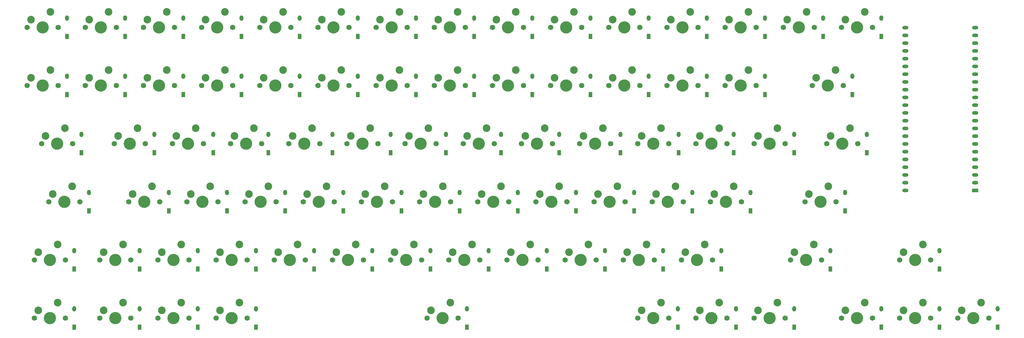
<source format=gbr>
%TF.GenerationSoftware,KiCad,Pcbnew,7.0.10*%
%TF.CreationDate,2024-01-16T21:17:59-03:00*%
%TF.ProjectId,PCB,5043422e-6b69-4636-9164-5f7063625858,rev?*%
%TF.SameCoordinates,Original*%
%TF.FileFunction,Soldermask,Bot*%
%TF.FilePolarity,Negative*%
%FSLAX46Y46*%
G04 Gerber Fmt 4.6, Leading zero omitted, Abs format (unit mm)*
G04 Created by KiCad (PCBNEW 7.0.10) date 2024-01-16 21:17:59*
%MOMM*%
%LPD*%
G01*
G04 APERTURE LIST*
%ADD10C,1.750000*%
%ADD11C,4.000000*%
%ADD12C,2.500000*%
%ADD13R,1.300000X1.778000*%
%ADD14O,1.300000X1.778000*%
%ADD15R,2.000000X1.200000*%
%ADD16O,2.000000X1.200000*%
G04 APERTURE END LIST*
D10*
%TO.C,S79*%
X290988750Y-108516963D03*
D11*
X296068750Y-108516963D03*
D10*
X301148750Y-108516963D03*
D12*
X292258750Y-105976963D03*
X298608750Y-103436963D03*
%TD*%
D13*
%TO.C,D56*%
X220725000Y-73416963D03*
D14*
X220725000Y-67416963D03*
%TD*%
D10*
%TO.C,S32*%
X131445000Y-70416963D03*
D11*
X136525000Y-70416963D03*
D10*
X141605000Y-70416963D03*
D12*
X132715000Y-67876963D03*
X139065000Y-65336963D03*
%TD*%
D10*
%TO.C,S54*%
X302895000Y-146616963D03*
D11*
X307975000Y-146616963D03*
D10*
X313055000Y-146616963D03*
D12*
X304165000Y-144076963D03*
X310515000Y-141536963D03*
%TD*%
D10*
%TO.C,S6*%
X38576250Y-146616963D03*
D11*
X43656250Y-146616963D03*
D10*
X48736250Y-146616963D03*
D12*
X39846250Y-144076963D03*
X46196250Y-141536963D03*
%TD*%
D10*
%TO.C,S11*%
X60007500Y-127566963D03*
D11*
X65087500Y-127566963D03*
D10*
X70167500Y-127566963D03*
D12*
X61277500Y-125026963D03*
X67627500Y-122486963D03*
%TD*%
D13*
%TO.C,D72*%
X277875000Y-73416963D03*
D14*
X277875000Y-67416963D03*
%TD*%
D10*
%TO.C,S77*%
X293370000Y-70416963D03*
D11*
X298450000Y-70416963D03*
D10*
X303530000Y-70416963D03*
D12*
X294640000Y-67876963D03*
X300990000Y-65336963D03*
%TD*%
D10*
%TO.C,S15*%
X83820000Y-89466963D03*
D11*
X88900000Y-89466963D03*
D10*
X93980000Y-89466963D03*
D12*
X85090000Y-86926963D03*
X91440000Y-84386963D03*
%TD*%
D13*
%TO.C,D13*%
X87375000Y-54366963D03*
D14*
X87375000Y-48366963D03*
%TD*%
D13*
%TO.C,D29*%
X130237500Y-130566963D03*
D14*
X130237500Y-124566963D03*
%TD*%
D10*
%TO.C,S48*%
X274320000Y-146616963D03*
D11*
X279400000Y-146616963D03*
D10*
X284480000Y-146616963D03*
D12*
X275590000Y-144076963D03*
X281940000Y-141536963D03*
%TD*%
D13*
%TO.C,D80*%
X335025000Y-130566963D03*
D14*
X335025000Y-124566963D03*
%TD*%
D10*
%TO.C,S23*%
X98107500Y-127566963D03*
D11*
X103187500Y-127566963D03*
D10*
X108267500Y-127566963D03*
D12*
X99377500Y-125026963D03*
X105727500Y-122486963D03*
%TD*%
D10*
%TO.C,S73*%
X274320000Y-89466963D03*
D11*
X279400000Y-89466963D03*
D10*
X284480000Y-89466963D03*
D12*
X275590000Y-86926963D03*
X281940000Y-84386963D03*
%TD*%
D10*
%TO.C,S30*%
X167163750Y-146616963D03*
D11*
X172243750Y-146616963D03*
D10*
X177323750Y-146616963D03*
D12*
X168433750Y-144076963D03*
X174783750Y-141536963D03*
%TD*%
D10*
%TO.C,S71*%
X264795000Y-51366963D03*
D11*
X269875000Y-51366963D03*
D10*
X274955000Y-51366963D03*
D12*
X266065000Y-48826963D03*
X272415000Y-46286963D03*
%TD*%
D13*
%TO.C,D39*%
X173355000Y-92466963D03*
D14*
X173355000Y-86466963D03*
%TD*%
D10*
%TO.C,S78*%
X298132500Y-89466963D03*
D11*
X303212500Y-89466963D03*
D10*
X308292500Y-89466963D03*
D12*
X299402500Y-86926963D03*
X305752500Y-84386963D03*
%TD*%
D10*
%TO.C,S51*%
X198120000Y-89466963D03*
D11*
X203200000Y-89466963D03*
D10*
X208280000Y-89466963D03*
D12*
X199390000Y-86926963D03*
X205740000Y-84386963D03*
%TD*%
D13*
%TO.C,D1*%
X49275000Y-54366963D03*
D14*
X49275000Y-48366963D03*
%TD*%
D10*
%TO.C,S65*%
X231457500Y-127566963D03*
D11*
X236537500Y-127566963D03*
D10*
X241617500Y-127566963D03*
D12*
X232727500Y-125026963D03*
X239077500Y-122486963D03*
%TD*%
D10*
%TO.C,S53*%
X193357500Y-127566963D03*
D11*
X198437500Y-127566963D03*
D10*
X203517500Y-127566963D03*
D12*
X194627500Y-125026963D03*
X200977500Y-122486963D03*
%TD*%
D10*
%TO.C,S4*%
X43338750Y-108516963D03*
D11*
X48418750Y-108516963D03*
D10*
X53498750Y-108516963D03*
D12*
X44608750Y-105976963D03*
X50958750Y-103436963D03*
%TD*%
D13*
%TO.C,D43*%
X182625000Y-54366963D03*
D14*
X182625000Y-48366963D03*
%TD*%
D13*
%TO.C,D61*%
X239775000Y-54366963D03*
D14*
X239775000Y-48366963D03*
%TD*%
D10*
%TO.C,S18*%
X79057500Y-146616963D03*
D11*
X84137500Y-146616963D03*
D10*
X89217500Y-146616963D03*
D12*
X80327500Y-144076963D03*
X86677500Y-141536963D03*
%TD*%
D10*
%TO.C,S31*%
X131445000Y-51366963D03*
D11*
X136525000Y-51366963D03*
D10*
X141605000Y-51366963D03*
D12*
X132715000Y-48826963D03*
X139065000Y-46286963D03*
%TD*%
D10*
%TO.C,S34*%
X145732500Y-108516963D03*
D11*
X150812500Y-108516963D03*
D10*
X155892500Y-108516963D03*
D12*
X147002500Y-105976963D03*
X153352500Y-103436963D03*
%TD*%
D13*
%TO.C,D25*%
X125475000Y-54366963D03*
D14*
X125475000Y-48366963D03*
%TD*%
D13*
%TO.C,D70*%
X263587500Y-130566963D03*
D14*
X263587500Y-124566963D03*
%TD*%
D10*
%TO.C,S25*%
X112395000Y-51366963D03*
D11*
X117475000Y-51366963D03*
D10*
X122555000Y-51366963D03*
D12*
X113665000Y-48826963D03*
X120015000Y-46286963D03*
%TD*%
D13*
%TO.C,D51*%
X210502500Y-92466963D03*
D14*
X210502500Y-86466963D03*
%TD*%
D10*
%TO.C,S70*%
X250507500Y-127566963D03*
D11*
X255587500Y-127566963D03*
D10*
X260667500Y-127566963D03*
D12*
X251777500Y-125026963D03*
X258127500Y-122486963D03*
%TD*%
D13*
%TO.C,D34*%
X158812500Y-111516963D03*
D14*
X158812500Y-105516963D03*
%TD*%
D13*
%TO.C,D28*%
X139762500Y-111516963D03*
D14*
X139762500Y-105516963D03*
%TD*%
D13*
%TO.C,D58*%
X235012500Y-111516963D03*
D14*
X235012500Y-105516963D03*
%TD*%
D13*
%TO.C,D8*%
X68325000Y-73416963D03*
D14*
X68325000Y-67416963D03*
%TD*%
D13*
%TO.C,D71*%
X277875000Y-54366963D03*
D14*
X277875000Y-48366963D03*
%TD*%
D10*
%TO.C,S16*%
X88582500Y-108516963D03*
D11*
X93662500Y-108516963D03*
D10*
X98742500Y-108516963D03*
D12*
X89852500Y-105976963D03*
X96202500Y-103436963D03*
%TD*%
D15*
%TO.C,U1*%
X346706320Y-104772280D03*
D16*
X346706320Y-102232280D03*
X346706320Y-99692280D03*
X346706320Y-97152280D03*
X346706320Y-94612280D03*
X346706320Y-92072280D03*
X346706320Y-89532280D03*
X346706320Y-86992280D03*
X346706320Y-84452280D03*
X346706320Y-81912280D03*
X346706320Y-79372280D03*
X346706320Y-76832280D03*
X346706320Y-74292280D03*
X346706320Y-71752280D03*
X346706320Y-69212280D03*
X346706320Y-66672280D03*
X346706320Y-64132280D03*
X346706320Y-61592280D03*
X346706320Y-59052280D03*
X346710000Y-56515000D03*
X346710000Y-53975000D03*
X346710000Y-51435000D03*
X323846320Y-51432280D03*
X323846320Y-53972280D03*
X323846320Y-56512280D03*
X323846320Y-59052280D03*
X323846320Y-61592280D03*
X323846320Y-64132280D03*
X323846320Y-66672280D03*
X323846320Y-69212280D03*
X323846320Y-71752280D03*
X323846320Y-74292280D03*
X323846320Y-76832280D03*
X323846320Y-79372280D03*
X323846320Y-81912280D03*
X323846320Y-84452280D03*
X323846320Y-86992280D03*
X323846320Y-89532280D03*
X323846320Y-92072280D03*
X323846320Y-94612280D03*
X323846320Y-97152280D03*
X323846320Y-99692280D03*
X323846320Y-102232280D03*
X323846320Y-104772280D03*
%TD*%
D10*
%TO.C,S41*%
X155257500Y-127566963D03*
D11*
X160337500Y-127566963D03*
D10*
X165417500Y-127566963D03*
D12*
X156527500Y-125026963D03*
X162877500Y-122486963D03*
%TD*%
D13*
%TO.C,D22*%
X120712500Y-111516963D03*
D14*
X120712500Y-105516963D03*
%TD*%
D10*
%TO.C,S33*%
X140970000Y-89466963D03*
D11*
X146050000Y-89466963D03*
D10*
X151130000Y-89466963D03*
D12*
X142240000Y-86926963D03*
X148590000Y-84386963D03*
%TD*%
D10*
%TO.C,S29*%
X117157500Y-127566963D03*
D11*
X122237500Y-127566963D03*
D10*
X127317500Y-127566963D03*
D12*
X118427500Y-125026963D03*
X124777500Y-122486963D03*
%TD*%
D13*
%TO.C,D81*%
X354075000Y-149616963D03*
D14*
X354075000Y-143616963D03*
%TD*%
D13*
%TO.C,D33*%
X155257500Y-92466963D03*
D14*
X155257500Y-86466963D03*
%TD*%
D13*
%TO.C,D19*%
X106425000Y-54366963D03*
D14*
X106425000Y-48366963D03*
%TD*%
D10*
%TO.C,S20*%
X93345000Y-70416963D03*
D11*
X98425000Y-70416963D03*
D10*
X103505000Y-70416963D03*
D12*
X94615000Y-67876963D03*
X100965000Y-65336963D03*
%TD*%
D10*
%TO.C,S76*%
X302895000Y-51366963D03*
D11*
X307975000Y-51366963D03*
D10*
X313055000Y-51366963D03*
D12*
X304165000Y-48826963D03*
X310515000Y-46286963D03*
%TD*%
D10*
%TO.C,S45*%
X179070000Y-89466963D03*
D11*
X184150000Y-89466963D03*
D10*
X189230000Y-89466963D03*
D12*
X180340000Y-86926963D03*
X186690000Y-84386963D03*
%TD*%
D10*
%TO.C,S55*%
X207645000Y-51366963D03*
D11*
X212725000Y-51366963D03*
D10*
X217805000Y-51366963D03*
D12*
X208915000Y-48826963D03*
X215265000Y-46286963D03*
%TD*%
D10*
%TO.C,S24*%
X98107500Y-146616963D03*
D11*
X103187500Y-146616963D03*
D10*
X108267500Y-146616963D03*
D12*
X99377500Y-144076963D03*
X105727500Y-141536963D03*
%TD*%
D13*
%TO.C,D60*%
X335025000Y-149616963D03*
D14*
X335025000Y-143616963D03*
%TD*%
D13*
%TO.C,D4*%
X56418750Y-111516963D03*
D14*
X56418750Y-105516963D03*
%TD*%
D13*
%TO.C,D32*%
X144525000Y-73416963D03*
D14*
X144525000Y-67416963D03*
%TD*%
D10*
%TO.C,S58*%
X221932500Y-108516963D03*
D11*
X227012500Y-108516963D03*
D10*
X232092500Y-108516963D03*
D12*
X223202500Y-105976963D03*
X229552500Y-103436963D03*
%TD*%
D10*
%TO.C,S40*%
X164782500Y-108516963D03*
D11*
X169862500Y-108516963D03*
D10*
X174942500Y-108516963D03*
D12*
X166052500Y-105976963D03*
X172402500Y-103436963D03*
%TD*%
D13*
%TO.C,D49*%
X201675000Y-54366963D03*
D14*
X201675000Y-48366963D03*
%TD*%
D10*
%TO.C,S9*%
X64770000Y-89466963D03*
D11*
X69850000Y-89466963D03*
D10*
X74930000Y-89466963D03*
D12*
X66040000Y-86926963D03*
X72390000Y-84386963D03*
%TD*%
D13*
%TO.C,D17*%
X92137500Y-130566963D03*
D14*
X92137500Y-124566963D03*
%TD*%
D10*
%TO.C,S68*%
X255270000Y-89466963D03*
D11*
X260350000Y-89466963D03*
D10*
X265430000Y-89466963D03*
D12*
X256540000Y-86926963D03*
X262890000Y-84386963D03*
%TD*%
D10*
%TO.C,S61*%
X226695000Y-51366963D03*
D11*
X231775000Y-51366963D03*
D10*
X236855000Y-51366963D03*
D12*
X227965000Y-48826963D03*
X234315000Y-46286963D03*
%TD*%
D10*
%TO.C,S50*%
X188595000Y-70416963D03*
D11*
X193675000Y-70416963D03*
D10*
X198755000Y-70416963D03*
D12*
X189865000Y-67876963D03*
X196215000Y-65336963D03*
%TD*%
D10*
%TO.C,S14*%
X74295000Y-70416963D03*
D11*
X79375000Y-70416963D03*
D10*
X84455000Y-70416963D03*
D12*
X75565000Y-67876963D03*
X81915000Y-65336963D03*
%TD*%
D13*
%TO.C,D76*%
X315975000Y-54366963D03*
D14*
X315975000Y-48366963D03*
%TD*%
D13*
%TO.C,D9*%
X77850000Y-92466963D03*
D14*
X77850000Y-86466963D03*
%TD*%
D10*
%TO.C,S12*%
X60007500Y-146616963D03*
D11*
X65087500Y-146616963D03*
D10*
X70167500Y-146616963D03*
D12*
X61277500Y-144076963D03*
X67627500Y-141536963D03*
%TD*%
D13*
%TO.C,D6*%
X51656250Y-149616963D03*
D14*
X51656250Y-143616963D03*
%TD*%
D10*
%TO.C,S46*%
X183832500Y-108516963D03*
D11*
X188912500Y-108516963D03*
D10*
X193992500Y-108516963D03*
D12*
X185102500Y-105976963D03*
X191452500Y-103436963D03*
%TD*%
D10*
%TO.C,S69*%
X260032500Y-108516963D03*
D11*
X265112500Y-108516963D03*
D10*
X270192500Y-108516963D03*
D12*
X261302500Y-105976963D03*
X267652500Y-103436963D03*
%TD*%
D13*
%TO.C,D45*%
X191452500Y-92466963D03*
D14*
X191452500Y-86466963D03*
%TD*%
D13*
%TO.C,D47*%
X187387500Y-130566963D03*
D14*
X187387500Y-124566963D03*
%TD*%
D13*
%TO.C,D18*%
X92137500Y-149616963D03*
D14*
X92137500Y-143616963D03*
%TD*%
D13*
%TO.C,D23*%
X111187500Y-130566963D03*
D14*
X111187500Y-124566963D03*
%TD*%
D10*
%TO.C,S3*%
X40957500Y-89466963D03*
D11*
X46037500Y-89466963D03*
D10*
X51117500Y-89466963D03*
D12*
X42227500Y-86926963D03*
X48577500Y-84386963D03*
%TD*%
D10*
%TO.C,S47*%
X174307500Y-127566963D03*
D11*
X179387500Y-127566963D03*
D10*
X184467500Y-127566963D03*
D12*
X175577500Y-125026963D03*
X181927500Y-122486963D03*
%TD*%
D10*
%TO.C,S60*%
X321945000Y-146616963D03*
D11*
X327025000Y-146616963D03*
D10*
X332105000Y-146616963D03*
D12*
X323215000Y-144076963D03*
X329565000Y-141536963D03*
%TD*%
D13*
%TO.C,D52*%
X215962500Y-111516963D03*
D14*
X215962500Y-105516963D03*
%TD*%
D10*
%TO.C,S49*%
X188595000Y-51366963D03*
D11*
X193675000Y-51366963D03*
D10*
X198755000Y-51366963D03*
D12*
X189865000Y-48826963D03*
X196215000Y-46286963D03*
%TD*%
D13*
%TO.C,D65*%
X244537500Y-130566963D03*
D14*
X244537500Y-124566963D03*
%TD*%
D10*
%TO.C,S75*%
X283845000Y-51366963D03*
D11*
X288925000Y-51366963D03*
D10*
X294005000Y-51366963D03*
D12*
X285115000Y-48826963D03*
X291465000Y-46286963D03*
%TD*%
D13*
%TO.C,D37*%
X163575000Y-54366963D03*
D14*
X163575000Y-48366963D03*
%TD*%
D10*
%TO.C,S7*%
X55245000Y-51366963D03*
D11*
X60325000Y-51366963D03*
D10*
X65405000Y-51366963D03*
D12*
X56515000Y-48826963D03*
X62865000Y-46286963D03*
%TD*%
D13*
%TO.C,D12*%
X73087500Y-149616963D03*
D14*
X73087500Y-143616963D03*
%TD*%
D13*
%TO.C,D14*%
X87375000Y-73416963D03*
D14*
X87375000Y-67416963D03*
%TD*%
D10*
%TO.C,S28*%
X126682500Y-108516963D03*
D11*
X131762500Y-108516963D03*
D10*
X136842500Y-108516963D03*
D12*
X127952500Y-105976963D03*
X134302500Y-103436963D03*
%TD*%
D13*
%TO.C,D11*%
X73087500Y-130566963D03*
D14*
X73087500Y-124566963D03*
%TD*%
D13*
%TO.C,D68*%
X267652500Y-92466963D03*
D14*
X267652500Y-86466963D03*
%TD*%
D10*
%TO.C,S19*%
X93345000Y-51366963D03*
D11*
X98425000Y-51366963D03*
D10*
X103505000Y-51366963D03*
D12*
X94615000Y-48826963D03*
X100965000Y-46286963D03*
%TD*%
D13*
%TO.C,D54*%
X315975000Y-149616963D03*
D14*
X315975000Y-143616963D03*
%TD*%
D13*
%TO.C,D36*%
X249300000Y-149616963D03*
D14*
X249300000Y-143616963D03*
%TD*%
D13*
%TO.C,D35*%
X149287500Y-130566963D03*
D14*
X149287500Y-124566963D03*
%TD*%
D10*
%TO.C,S62*%
X226695000Y-70416963D03*
D11*
X231775000Y-70416963D03*
D10*
X236855000Y-70416963D03*
D12*
X227965000Y-67876963D03*
X234315000Y-65336963D03*
%TD*%
D10*
%TO.C,S56*%
X207645000Y-70416963D03*
D11*
X212725000Y-70416963D03*
D10*
X217805000Y-70416963D03*
D12*
X208915000Y-67876963D03*
X215265000Y-65336963D03*
%TD*%
D10*
%TO.C,S10*%
X69532500Y-108516963D03*
D11*
X74612500Y-108516963D03*
D10*
X79692500Y-108516963D03*
D12*
X70802500Y-105976963D03*
X77152500Y-103436963D03*
%TD*%
D13*
%TO.C,D16*%
X101662500Y-111516963D03*
D14*
X101662500Y-105516963D03*
%TD*%
D10*
%TO.C,S63*%
X236220000Y-89466963D03*
D11*
X241300000Y-89466963D03*
D10*
X246380000Y-89466963D03*
D12*
X237490000Y-86926963D03*
X243840000Y-84386963D03*
%TD*%
D13*
%TO.C,D31*%
X144525000Y-54366963D03*
D14*
X144525000Y-48366963D03*
%TD*%
D10*
%TO.C,S74*%
X286226250Y-127566963D03*
D11*
X291306250Y-127566963D03*
D10*
X296386250Y-127566963D03*
D12*
X287496250Y-125026963D03*
X293846250Y-122486963D03*
%TD*%
D13*
%TO.C,D73*%
X287400000Y-92466963D03*
D14*
X287400000Y-86466963D03*
%TD*%
D10*
%TO.C,S39*%
X160020000Y-89466963D03*
D11*
X165100000Y-89466963D03*
D10*
X170180000Y-89466963D03*
D12*
X161290000Y-86926963D03*
X167640000Y-84386963D03*
%TD*%
D10*
%TO.C,S36*%
X236220000Y-146616963D03*
D11*
X241300000Y-146616963D03*
D10*
X246380000Y-146616963D03*
D12*
X237490000Y-144076963D03*
X243840000Y-141536963D03*
%TD*%
D13*
%TO.C,D40*%
X177862500Y-111516963D03*
D14*
X177862500Y-105516963D03*
%TD*%
D13*
%TO.C,D66*%
X258825000Y-54366963D03*
D14*
X258825000Y-48366963D03*
%TD*%
D13*
%TO.C,D21*%
X115252500Y-92466963D03*
D14*
X115252500Y-86466963D03*
%TD*%
D13*
%TO.C,D74*%
X299306250Y-130566963D03*
D14*
X299306250Y-124566963D03*
%TD*%
D10*
%TO.C,S26*%
X112395000Y-70416963D03*
D11*
X117475000Y-70416963D03*
D10*
X122555000Y-70416963D03*
D12*
X113665000Y-67876963D03*
X120015000Y-65336963D03*
%TD*%
D13*
%TO.C,D48*%
X287400000Y-149616963D03*
D14*
X287400000Y-143616963D03*
%TD*%
D13*
%TO.C,D38*%
X163575000Y-73416963D03*
D14*
X163575000Y-67416963D03*
%TD*%
D13*
%TO.C,D77*%
X306450000Y-73416963D03*
D14*
X306450000Y-67416963D03*
%TD*%
D10*
%TO.C,S42*%
X255270000Y-146616963D03*
D11*
X260350000Y-146616963D03*
D10*
X265430000Y-146616963D03*
D12*
X256540000Y-144076963D03*
X262890000Y-141536963D03*
%TD*%
D10*
%TO.C,S1*%
X36195000Y-51366963D03*
D11*
X41275000Y-51366963D03*
D10*
X46355000Y-51366963D03*
D12*
X37465000Y-48826963D03*
X43815000Y-46286963D03*
%TD*%
D13*
%TO.C,D44*%
X182625000Y-73416963D03*
D14*
X182625000Y-67416963D03*
%TD*%
D10*
%TO.C,S66*%
X245745000Y-51366963D03*
D11*
X250825000Y-51366963D03*
D10*
X255905000Y-51366963D03*
D12*
X247015000Y-48826963D03*
X253365000Y-46286963D03*
%TD*%
D13*
%TO.C,D46*%
X196912500Y-111516963D03*
D14*
X196912500Y-105516963D03*
%TD*%
D13*
%TO.C,D42*%
X268350000Y-149616963D03*
D14*
X268350000Y-143616963D03*
%TD*%
D10*
%TO.C,S52*%
X202882500Y-108516963D03*
D11*
X207962500Y-108516963D03*
D10*
X213042500Y-108516963D03*
D12*
X204152500Y-105976963D03*
X210502500Y-103436963D03*
%TD*%
D13*
%TO.C,D5*%
X51656250Y-130566963D03*
D14*
X51656250Y-124566963D03*
%TD*%
D13*
%TO.C,D53*%
X206437500Y-130566963D03*
D14*
X206437500Y-124566963D03*
%TD*%
D10*
%TO.C,S64*%
X240982500Y-108516963D03*
D11*
X246062500Y-108516963D03*
D10*
X251142500Y-108516963D03*
D12*
X242252500Y-105976963D03*
X248602500Y-103436963D03*
%TD*%
D13*
%TO.C,D69*%
X273112500Y-111516963D03*
D14*
X273112500Y-105516963D03*
%TD*%
D10*
%TO.C,S22*%
X107632500Y-108516963D03*
D11*
X112712500Y-108516963D03*
D10*
X117792500Y-108516963D03*
D12*
X108902500Y-105976963D03*
X115252500Y-103436963D03*
%TD*%
D10*
%TO.C,S5*%
X38576250Y-127566963D03*
D11*
X43656250Y-127566963D03*
D10*
X48736250Y-127566963D03*
D12*
X39846250Y-125026963D03*
X46196250Y-122486963D03*
%TD*%
D13*
%TO.C,D7*%
X68325000Y-54366963D03*
D14*
X68325000Y-48366963D03*
%TD*%
D10*
%TO.C,S80*%
X321945000Y-127566963D03*
D11*
X327025000Y-127566963D03*
D10*
X332105000Y-127566963D03*
D12*
X323215000Y-125026963D03*
X329565000Y-122486963D03*
%TD*%
D10*
%TO.C,S57*%
X217170000Y-89466963D03*
D11*
X222250000Y-89466963D03*
D10*
X227330000Y-89466963D03*
D12*
X218440000Y-86926963D03*
X224790000Y-84386963D03*
%TD*%
D13*
%TO.C,D50*%
X201675000Y-73416963D03*
D14*
X201675000Y-67416963D03*
%TD*%
D13*
%TO.C,D15*%
X97155000Y-92466963D03*
D14*
X97155000Y-86466963D03*
%TD*%
D13*
%TO.C,D20*%
X106425000Y-73416963D03*
D14*
X106425000Y-67416963D03*
%TD*%
D13*
%TO.C,D79*%
X304068750Y-111516963D03*
D14*
X304068750Y-105516963D03*
%TD*%
D13*
%TO.C,D30*%
X180243750Y-149616963D03*
D14*
X180243750Y-143616963D03*
%TD*%
D10*
%TO.C,S37*%
X150495000Y-51366963D03*
D11*
X155575000Y-51366963D03*
D10*
X160655000Y-51366963D03*
D12*
X151765000Y-48826963D03*
X158115000Y-46286963D03*
%TD*%
D10*
%TO.C,S17*%
X79057500Y-127566963D03*
D11*
X84137500Y-127566963D03*
D10*
X89217500Y-127566963D03*
D12*
X80327500Y-125026963D03*
X86677500Y-122486963D03*
%TD*%
D13*
%TO.C,D63*%
X249555000Y-92466963D03*
D14*
X249555000Y-86466963D03*
%TD*%
D10*
%TO.C,S38*%
X150495000Y-70416963D03*
D11*
X155575000Y-70416963D03*
D10*
X160655000Y-70416963D03*
D12*
X151765000Y-67876963D03*
X158115000Y-65336963D03*
%TD*%
D13*
%TO.C,D67*%
X258825000Y-73416963D03*
D14*
X258825000Y-67416963D03*
%TD*%
D13*
%TO.C,D2*%
X49275000Y-73416963D03*
D14*
X49275000Y-67416963D03*
%TD*%
D10*
%TO.C,S2*%
X36195000Y-70416963D03*
D11*
X41275000Y-70416963D03*
D10*
X46355000Y-70416963D03*
D12*
X37465000Y-67876963D03*
X43815000Y-65336963D03*
%TD*%
D13*
%TO.C,D57*%
X230505000Y-92466963D03*
D14*
X230505000Y-86466963D03*
%TD*%
D13*
%TO.C,D62*%
X239775000Y-73416963D03*
D14*
X239775000Y-67416963D03*
%TD*%
D13*
%TO.C,D75*%
X296925000Y-54366963D03*
D14*
X296925000Y-48366963D03*
%TD*%
D10*
%TO.C,S44*%
X169545000Y-70416963D03*
D11*
X174625000Y-70416963D03*
D10*
X179705000Y-70416963D03*
D12*
X170815000Y-67876963D03*
X177165000Y-65336963D03*
%TD*%
D13*
%TO.C,D78*%
X311212500Y-92466963D03*
D14*
X311212500Y-86466963D03*
%TD*%
D13*
%TO.C,D59*%
X225487500Y-130566963D03*
D14*
X225487500Y-124566963D03*
%TD*%
D13*
%TO.C,D26*%
X125475000Y-73416963D03*
D14*
X125475000Y-67416963D03*
%TD*%
D13*
%TO.C,D55*%
X220725000Y-54366963D03*
D14*
X220725000Y-48366963D03*
%TD*%
D10*
%TO.C,S8*%
X55245000Y-70416963D03*
D11*
X60325000Y-70416963D03*
D10*
X65405000Y-70416963D03*
D12*
X56515000Y-67876963D03*
X62865000Y-65336963D03*
%TD*%
D13*
%TO.C,D64*%
X254062500Y-111516963D03*
D14*
X254062500Y-105516963D03*
%TD*%
D13*
%TO.C,D24*%
X111187500Y-149616963D03*
D14*
X111187500Y-143616963D03*
%TD*%
D10*
%TO.C,S35*%
X136207500Y-127566963D03*
D11*
X141287500Y-127566963D03*
D10*
X146367500Y-127566963D03*
D12*
X137477500Y-125026963D03*
X143827500Y-122486963D03*
%TD*%
D10*
%TO.C,S67*%
X245745000Y-70416963D03*
D11*
X250825000Y-70416963D03*
D10*
X255905000Y-70416963D03*
D12*
X247015000Y-67876963D03*
X253365000Y-65336963D03*
%TD*%
D13*
%TO.C,D3*%
X54037500Y-92466963D03*
D14*
X54037500Y-86466963D03*
%TD*%
D10*
%TO.C,S59*%
X212407500Y-127566963D03*
D11*
X217487500Y-127566963D03*
D10*
X222567500Y-127566963D03*
D12*
X213677500Y-125026963D03*
X220027500Y-122486963D03*
%TD*%
D13*
%TO.C,D41*%
X168337500Y-130566963D03*
D14*
X168337500Y-124566963D03*
%TD*%
D13*
%TO.C,D27*%
X136207500Y-92466963D03*
D14*
X136207500Y-86466963D03*
%TD*%
D10*
%TO.C,S21*%
X102870000Y-89466963D03*
D11*
X107950000Y-89466963D03*
D10*
X113030000Y-89466963D03*
D12*
X104140000Y-86926963D03*
X110490000Y-84386963D03*
%TD*%
D10*
%TO.C,S27*%
X121920000Y-89466963D03*
D11*
X127000000Y-89466963D03*
D10*
X132080000Y-89466963D03*
D12*
X123190000Y-86926963D03*
X129540000Y-84386963D03*
%TD*%
D13*
%TO.C,D10*%
X82612500Y-111516963D03*
D14*
X82612500Y-105516963D03*
%TD*%
D10*
%TO.C,S43*%
X169545000Y-51366963D03*
D11*
X174625000Y-51366963D03*
D10*
X179705000Y-51366963D03*
D12*
X170815000Y-48826963D03*
X177165000Y-46286963D03*
%TD*%
D10*
%TO.C,S81*%
X340995000Y-146616963D03*
D11*
X346075000Y-146616963D03*
D10*
X351155000Y-146616963D03*
D12*
X342265000Y-144076963D03*
X348615000Y-141536963D03*
%TD*%
D10*
%TO.C,S72*%
X264795000Y-70416963D03*
D11*
X269875000Y-70416963D03*
D10*
X274955000Y-70416963D03*
D12*
X266065000Y-67876963D03*
X272415000Y-65336963D03*
%TD*%
D10*
%TO.C,S13*%
X74295000Y-51366963D03*
D11*
X79375000Y-51366963D03*
D10*
X84455000Y-51366963D03*
D12*
X75565000Y-48826963D03*
X81915000Y-46286963D03*
%TD*%
M02*

</source>
